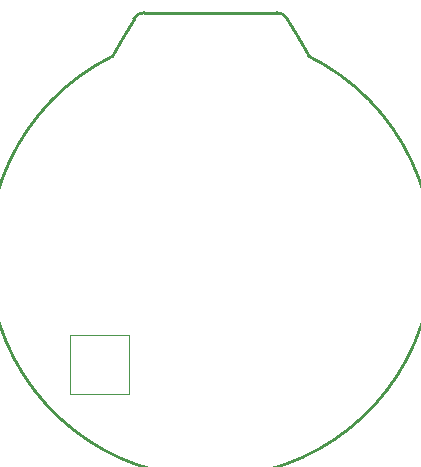
<source format=gm1>
G04*
G04 #@! TF.GenerationSoftware,Altium Limited,Altium Designer,22.0.2 (36)*
G04*
G04 Layer_Color=16711935*
%FSLAX25Y25*%
%MOIN*%
G70*
G04*
G04 #@! TF.SameCoordinates,9873FD8C-C369-40C8-B75A-0789E1F0109A*
G04*
G04*
G04 #@! TF.FilePolarity,Positive*
G04*
G01*
G75*
%ADD11C,0.01000*%
%ADD75C,0.00000*%
D11*
X25464Y77901D02*
G03*
X22056Y79871I-3410J-1968D01*
G01*
X-22187Y79887D02*
G03*
X-25603Y77909I-1J-3937D01*
G01*
X-32721Y65358D02*
G03*
X32651Y65393I32721J-66358D01*
G01*
X-22187Y79887D02*
X22056Y79871D01*
X-29213Y71615D02*
X-25603Y77909D01*
X-32758Y65433D02*
X-29213Y71615D01*
X29088Y71622D02*
X32665Y65422D01*
X25464Y77901D02*
X29088Y71622D01*
D75*
X-43505Y-47350D02*
X-42305D01*
X-43505D02*
X-42305D01*
X-41537D02*
X-40337D01*
X-41537D02*
X-40337D01*
X-39568D02*
X-38368D01*
X-39568D02*
X-38368D01*
X-37600D02*
X-36400D01*
X-37600D02*
X-36400D01*
X-35631D02*
X-34431D01*
X-35631D02*
X-34431D01*
X-33663D02*
X-32463D01*
X-33663D02*
X-32463D01*
X-31694D02*
X-30494D01*
X-31694D02*
X-30494D01*
X-27150Y-44006D02*
Y-42805D01*
Y-44006D02*
Y-42805D01*
Y-42037D02*
Y-40837D01*
Y-42037D02*
Y-40837D01*
Y-40069D02*
Y-38868D01*
Y-40069D02*
Y-38868D01*
Y-38100D02*
Y-36900D01*
Y-38100D02*
Y-36900D01*
Y-36132D02*
Y-34931D01*
Y-36132D02*
Y-34931D01*
Y-34163D02*
Y-32963D01*
Y-34163D02*
Y-32963D01*
Y-32195D02*
Y-30994D01*
Y-32195D02*
Y-30994D01*
X-31694Y-27650D02*
X-30494D01*
X-31694D02*
X-30494D01*
X-33663D02*
X-32463D01*
X-33663D02*
X-32463D01*
X-35631D02*
X-34431D01*
X-35631D02*
X-34431D01*
X-37600D02*
X-36400D01*
X-37600D02*
X-36400D01*
X-39568D02*
X-38368D01*
X-39568D02*
X-38368D01*
X-41537D02*
X-40337D01*
X-41537D02*
X-40337D01*
X-43505D02*
X-42305D01*
X-43505D02*
X-42305D01*
X-46850Y-32195D02*
Y-30994D01*
Y-32195D02*
Y-30994D01*
Y-34163D02*
Y-32963D01*
Y-34163D02*
Y-32963D01*
Y-36132D02*
Y-34931D01*
Y-36132D02*
Y-34931D01*
Y-38100D02*
Y-36900D01*
Y-38100D02*
Y-36900D01*
Y-40069D02*
Y-38868D01*
Y-40069D02*
Y-38868D01*
Y-42037D02*
Y-40837D01*
Y-42037D02*
Y-40837D01*
Y-44006D02*
Y-42805D01*
Y-44006D02*
Y-42805D01*
Y-27650D02*
X-27150D01*
X-46850Y-47350D02*
Y-27650D01*
Y-47350D02*
X-27150D01*
Y-27650D01*
M02*

</source>
